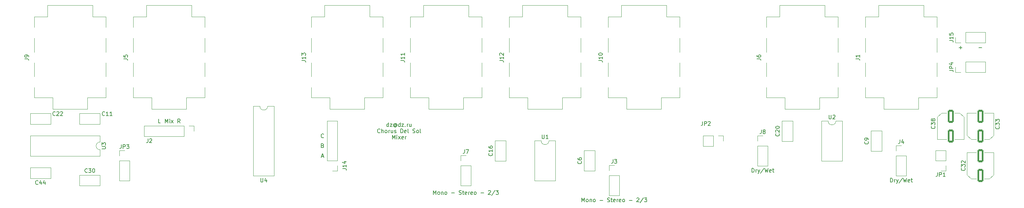
<source format=gbr>
%TF.GenerationSoftware,KiCad,Pcbnew,(6.0.10)*%
%TF.CreationDate,2023-04-08T13:18:27+03:00*%
%TF.ProjectId,DelSol_Mixer,44656c53-6f6c-45f4-9d69-7865722e6b69,rev?*%
%TF.SameCoordinates,Original*%
%TF.FileFunction,Legend,Top*%
%TF.FilePolarity,Positive*%
%FSLAX46Y46*%
G04 Gerber Fmt 4.6, Leading zero omitted, Abs format (unit mm)*
G04 Created by KiCad (PCBNEW (6.0.10)) date 2023-04-08 13:18:27*
%MOMM*%
%LPD*%
G01*
G04 APERTURE LIST*
G04 Aperture macros list*
%AMRoundRect*
0 Rectangle with rounded corners*
0 $1 Rounding radius*
0 $2 $3 $4 $5 $6 $7 $8 $9 X,Y pos of 4 corners*
0 Add a 4 corners polygon primitive as box body*
4,1,4,$2,$3,$4,$5,$6,$7,$8,$9,$2,$3,0*
0 Add four circle primitives for the rounded corners*
1,1,$1+$1,$2,$3*
1,1,$1+$1,$4,$5*
1,1,$1+$1,$6,$7*
1,1,$1+$1,$8,$9*
0 Add four rect primitives between the rounded corners*
20,1,$1+$1,$2,$3,$4,$5,0*
20,1,$1+$1,$4,$5,$6,$7,0*
20,1,$1+$1,$6,$7,$8,$9,0*
20,1,$1+$1,$8,$9,$2,$3,0*%
G04 Aperture macros list end*
%ADD10C,0.150000*%
%ADD11C,0.120000*%
%ADD12R,1.700000X1.700000*%
%ADD13O,1.700000X1.700000*%
%ADD14C,3.200000*%
%ADD15C,3.000000*%
%ADD16RoundRect,0.250000X0.550000X-1.412500X0.550000X1.412500X-0.550000X1.412500X-0.550000X-1.412500X0*%
%ADD17RoundRect,0.250000X-0.550000X1.412500X-0.550000X-1.412500X0.550000X-1.412500X0.550000X1.412500X0*%
%ADD18C,1.600000*%
%ADD19R,1.600000X1.600000*%
%ADD20O,1.600000X1.600000*%
G04 APERTURE END LIST*
D10*
X107164523Y-45832380D02*
X107164523Y-44832380D01*
X107164523Y-45784761D02*
X107069285Y-45832380D01*
X106878809Y-45832380D01*
X106783571Y-45784761D01*
X106735952Y-45737142D01*
X106688333Y-45641904D01*
X106688333Y-45356190D01*
X106735952Y-45260952D01*
X106783571Y-45213333D01*
X106878809Y-45165714D01*
X107069285Y-45165714D01*
X107164523Y-45213333D01*
X107545476Y-45165714D02*
X108069285Y-45165714D01*
X107545476Y-45832380D01*
X108069285Y-45832380D01*
X109069285Y-45356190D02*
X109021666Y-45308571D01*
X108926428Y-45260952D01*
X108831190Y-45260952D01*
X108735952Y-45308571D01*
X108688333Y-45356190D01*
X108640714Y-45451428D01*
X108640714Y-45546666D01*
X108688333Y-45641904D01*
X108735952Y-45689523D01*
X108831190Y-45737142D01*
X108926428Y-45737142D01*
X109021666Y-45689523D01*
X109069285Y-45641904D01*
X109069285Y-45260952D02*
X109069285Y-45641904D01*
X109116904Y-45689523D01*
X109164523Y-45689523D01*
X109259761Y-45641904D01*
X109307380Y-45546666D01*
X109307380Y-45308571D01*
X109212142Y-45165714D01*
X109069285Y-45070476D01*
X108878809Y-45022857D01*
X108688333Y-45070476D01*
X108545476Y-45165714D01*
X108450238Y-45308571D01*
X108402619Y-45499047D01*
X108450238Y-45689523D01*
X108545476Y-45832380D01*
X108688333Y-45927619D01*
X108878809Y-45975238D01*
X109069285Y-45927619D01*
X109212142Y-45832380D01*
X110164523Y-45832380D02*
X110164523Y-44832380D01*
X110164523Y-45784761D02*
X110069285Y-45832380D01*
X109878809Y-45832380D01*
X109783571Y-45784761D01*
X109735952Y-45737142D01*
X109688333Y-45641904D01*
X109688333Y-45356190D01*
X109735952Y-45260952D01*
X109783571Y-45213333D01*
X109878809Y-45165714D01*
X110069285Y-45165714D01*
X110164523Y-45213333D01*
X110545476Y-45165714D02*
X111069285Y-45165714D01*
X110545476Y-45832380D01*
X111069285Y-45832380D01*
X111450238Y-45737142D02*
X111497857Y-45784761D01*
X111450238Y-45832380D01*
X111402619Y-45784761D01*
X111450238Y-45737142D01*
X111450238Y-45832380D01*
X111926428Y-45832380D02*
X111926428Y-45165714D01*
X111926428Y-45356190D02*
X111974047Y-45260952D01*
X112021666Y-45213333D01*
X112116904Y-45165714D01*
X112212142Y-45165714D01*
X112974047Y-45165714D02*
X112974047Y-45832380D01*
X112545476Y-45165714D02*
X112545476Y-45689523D01*
X112593095Y-45784761D01*
X112688333Y-45832380D01*
X112831190Y-45832380D01*
X112926428Y-45784761D01*
X112974047Y-45737142D01*
X104950238Y-47347142D02*
X104902619Y-47394761D01*
X104759761Y-47442380D01*
X104664523Y-47442380D01*
X104521666Y-47394761D01*
X104426428Y-47299523D01*
X104378809Y-47204285D01*
X104331190Y-47013809D01*
X104331190Y-46870952D01*
X104378809Y-46680476D01*
X104426428Y-46585238D01*
X104521666Y-46490000D01*
X104664523Y-46442380D01*
X104759761Y-46442380D01*
X104902619Y-46490000D01*
X104950238Y-46537619D01*
X105378809Y-47442380D02*
X105378809Y-46442380D01*
X105807380Y-47442380D02*
X105807380Y-46918571D01*
X105759761Y-46823333D01*
X105664523Y-46775714D01*
X105521666Y-46775714D01*
X105426428Y-46823333D01*
X105378809Y-46870952D01*
X106426428Y-47442380D02*
X106331190Y-47394761D01*
X106283571Y-47347142D01*
X106235952Y-47251904D01*
X106235952Y-46966190D01*
X106283571Y-46870952D01*
X106331190Y-46823333D01*
X106426428Y-46775714D01*
X106569285Y-46775714D01*
X106664523Y-46823333D01*
X106712142Y-46870952D01*
X106759761Y-46966190D01*
X106759761Y-47251904D01*
X106712142Y-47347142D01*
X106664523Y-47394761D01*
X106569285Y-47442380D01*
X106426428Y-47442380D01*
X107188333Y-47442380D02*
X107188333Y-46775714D01*
X107188333Y-46966190D02*
X107235952Y-46870952D01*
X107283571Y-46823333D01*
X107378809Y-46775714D01*
X107474047Y-46775714D01*
X108235952Y-46775714D02*
X108235952Y-47442380D01*
X107807380Y-46775714D02*
X107807380Y-47299523D01*
X107855000Y-47394761D01*
X107950238Y-47442380D01*
X108093095Y-47442380D01*
X108188333Y-47394761D01*
X108235952Y-47347142D01*
X108664523Y-47394761D02*
X108759761Y-47442380D01*
X108950238Y-47442380D01*
X109045476Y-47394761D01*
X109093095Y-47299523D01*
X109093095Y-47251904D01*
X109045476Y-47156666D01*
X108950238Y-47109047D01*
X108807380Y-47109047D01*
X108712142Y-47061428D01*
X108664523Y-46966190D01*
X108664523Y-46918571D01*
X108712142Y-46823333D01*
X108807380Y-46775714D01*
X108950238Y-46775714D01*
X109045476Y-46823333D01*
X110283571Y-47442380D02*
X110283571Y-46442380D01*
X110521666Y-46442380D01*
X110664523Y-46490000D01*
X110759761Y-46585238D01*
X110807380Y-46680476D01*
X110855000Y-46870952D01*
X110855000Y-47013809D01*
X110807380Y-47204285D01*
X110759761Y-47299523D01*
X110664523Y-47394761D01*
X110521666Y-47442380D01*
X110283571Y-47442380D01*
X111664523Y-47394761D02*
X111569285Y-47442380D01*
X111378809Y-47442380D01*
X111283571Y-47394761D01*
X111235952Y-47299523D01*
X111235952Y-46918571D01*
X111283571Y-46823333D01*
X111378809Y-46775714D01*
X111569285Y-46775714D01*
X111664523Y-46823333D01*
X111712142Y-46918571D01*
X111712142Y-47013809D01*
X111235952Y-47109047D01*
X112283571Y-47442380D02*
X112188333Y-47394761D01*
X112140714Y-47299523D01*
X112140714Y-46442380D01*
X113378809Y-47394761D02*
X113521666Y-47442380D01*
X113759761Y-47442380D01*
X113855000Y-47394761D01*
X113902619Y-47347142D01*
X113950238Y-47251904D01*
X113950238Y-47156666D01*
X113902619Y-47061428D01*
X113855000Y-47013809D01*
X113759761Y-46966190D01*
X113569285Y-46918571D01*
X113474047Y-46870952D01*
X113426428Y-46823333D01*
X113378809Y-46728095D01*
X113378809Y-46632857D01*
X113426428Y-46537619D01*
X113474047Y-46490000D01*
X113569285Y-46442380D01*
X113807380Y-46442380D01*
X113950238Y-46490000D01*
X114521666Y-47442380D02*
X114426428Y-47394761D01*
X114378809Y-47347142D01*
X114331190Y-47251904D01*
X114331190Y-46966190D01*
X114378809Y-46870952D01*
X114426428Y-46823333D01*
X114521666Y-46775714D01*
X114664523Y-46775714D01*
X114759761Y-46823333D01*
X114807380Y-46870952D01*
X114855000Y-46966190D01*
X114855000Y-47251904D01*
X114807380Y-47347142D01*
X114759761Y-47394761D01*
X114664523Y-47442380D01*
X114521666Y-47442380D01*
X115426428Y-47442380D02*
X115331190Y-47394761D01*
X115283571Y-47299523D01*
X115283571Y-46442380D01*
X108140714Y-49052380D02*
X108140714Y-48052380D01*
X108474047Y-48766666D01*
X108807380Y-48052380D01*
X108807380Y-49052380D01*
X109283571Y-49052380D02*
X109283571Y-48385714D01*
X109283571Y-48052380D02*
X109235952Y-48100000D01*
X109283571Y-48147619D01*
X109331190Y-48100000D01*
X109283571Y-48052380D01*
X109283571Y-48147619D01*
X109664523Y-49052380D02*
X110188333Y-48385714D01*
X109664523Y-48385714D02*
X110188333Y-49052380D01*
X110950238Y-49004761D02*
X110855000Y-49052380D01*
X110664523Y-49052380D01*
X110569285Y-49004761D01*
X110521666Y-48909523D01*
X110521666Y-48528571D01*
X110569285Y-48433333D01*
X110664523Y-48385714D01*
X110855000Y-48385714D01*
X110950238Y-48433333D01*
X110997857Y-48528571D01*
X110997857Y-48623809D01*
X110521666Y-48719047D01*
X111426428Y-49052380D02*
X111426428Y-48385714D01*
X111426428Y-48576190D02*
X111474047Y-48480952D01*
X111521666Y-48433333D01*
X111616904Y-48385714D01*
X111712142Y-48385714D01*
X258699047Y-25471428D02*
X259460952Y-25471428D01*
X90479523Y-48617142D02*
X90431904Y-48664761D01*
X90289047Y-48712380D01*
X90193809Y-48712380D01*
X90050952Y-48664761D01*
X89955714Y-48569523D01*
X89908095Y-48474285D01*
X89860476Y-48283809D01*
X89860476Y-48140952D01*
X89908095Y-47950476D01*
X89955714Y-47855238D01*
X90050952Y-47760000D01*
X90193809Y-47712380D01*
X90289047Y-47712380D01*
X90431904Y-47760000D01*
X90479523Y-47807619D01*
X49823809Y-44902380D02*
X49823809Y-43902380D01*
X50157142Y-44616666D01*
X50490476Y-43902380D01*
X50490476Y-44902380D01*
X50966666Y-44902380D02*
X50966666Y-44235714D01*
X50966666Y-43902380D02*
X50919047Y-43950000D01*
X50966666Y-43997619D01*
X51014285Y-43950000D01*
X50966666Y-43902380D01*
X50966666Y-43997619D01*
X51347619Y-44902380D02*
X51871428Y-44235714D01*
X51347619Y-44235714D02*
X51871428Y-44902380D01*
X53649523Y-44902380D02*
X53316190Y-44426190D01*
X53078095Y-44902380D02*
X53078095Y-43902380D01*
X53459047Y-43902380D01*
X53554285Y-43950000D01*
X53601904Y-43997619D01*
X53649523Y-44092857D01*
X53649523Y-44235714D01*
X53601904Y-44330952D01*
X53554285Y-44378571D01*
X53459047Y-44426190D01*
X53078095Y-44426190D01*
X235998095Y-60142380D02*
X235998095Y-59142380D01*
X236236190Y-59142380D01*
X236379047Y-59190000D01*
X236474285Y-59285238D01*
X236521904Y-59380476D01*
X236569523Y-59570952D01*
X236569523Y-59713809D01*
X236521904Y-59904285D01*
X236474285Y-59999523D01*
X236379047Y-60094761D01*
X236236190Y-60142380D01*
X235998095Y-60142380D01*
X236998095Y-60142380D02*
X236998095Y-59475714D01*
X236998095Y-59666190D02*
X237045714Y-59570952D01*
X237093333Y-59523333D01*
X237188571Y-59475714D01*
X237283809Y-59475714D01*
X237521904Y-59475714D02*
X237760000Y-60142380D01*
X237998095Y-59475714D02*
X237760000Y-60142380D01*
X237664761Y-60380476D01*
X237617142Y-60428095D01*
X237521904Y-60475714D01*
X239093333Y-59094761D02*
X238236190Y-60380476D01*
X239331428Y-59142380D02*
X239569523Y-60142380D01*
X239760000Y-59428095D01*
X239950476Y-60142380D01*
X240188571Y-59142380D01*
X240950476Y-60094761D02*
X240855238Y-60142380D01*
X240664761Y-60142380D01*
X240569523Y-60094761D01*
X240521904Y-59999523D01*
X240521904Y-59618571D01*
X240569523Y-59523333D01*
X240664761Y-59475714D01*
X240855238Y-59475714D01*
X240950476Y-59523333D01*
X240998095Y-59618571D01*
X240998095Y-59713809D01*
X240521904Y-59809047D01*
X241283809Y-59475714D02*
X241664761Y-59475714D01*
X241426666Y-59142380D02*
X241426666Y-59999523D01*
X241474285Y-60094761D01*
X241569523Y-60142380D01*
X241664761Y-60142380D01*
X48569523Y-44902380D02*
X48093333Y-44902380D01*
X48093333Y-43902380D01*
X200438095Y-57602380D02*
X200438095Y-56602380D01*
X200676190Y-56602380D01*
X200819047Y-56650000D01*
X200914285Y-56745238D01*
X200961904Y-56840476D01*
X201009523Y-57030952D01*
X201009523Y-57173809D01*
X200961904Y-57364285D01*
X200914285Y-57459523D01*
X200819047Y-57554761D01*
X200676190Y-57602380D01*
X200438095Y-57602380D01*
X201438095Y-57602380D02*
X201438095Y-56935714D01*
X201438095Y-57126190D02*
X201485714Y-57030952D01*
X201533333Y-56983333D01*
X201628571Y-56935714D01*
X201723809Y-56935714D01*
X201961904Y-56935714D02*
X202200000Y-57602380D01*
X202438095Y-56935714D02*
X202200000Y-57602380D01*
X202104761Y-57840476D01*
X202057142Y-57888095D01*
X201961904Y-57935714D01*
X203533333Y-56554761D02*
X202676190Y-57840476D01*
X203771428Y-56602380D02*
X204009523Y-57602380D01*
X204200000Y-56888095D01*
X204390476Y-57602380D01*
X204628571Y-56602380D01*
X205390476Y-57554761D02*
X205295238Y-57602380D01*
X205104761Y-57602380D01*
X205009523Y-57554761D01*
X204961904Y-57459523D01*
X204961904Y-57078571D01*
X205009523Y-56983333D01*
X205104761Y-56935714D01*
X205295238Y-56935714D01*
X205390476Y-56983333D01*
X205438095Y-57078571D01*
X205438095Y-57173809D01*
X204961904Y-57269047D01*
X205723809Y-56935714D02*
X206104761Y-56935714D01*
X205866666Y-56602380D02*
X205866666Y-57459523D01*
X205914285Y-57554761D01*
X206009523Y-57602380D01*
X206104761Y-57602380D01*
X156790476Y-65222380D02*
X156790476Y-64222380D01*
X157123809Y-64936666D01*
X157457142Y-64222380D01*
X157457142Y-65222380D01*
X158076190Y-65222380D02*
X157980952Y-65174761D01*
X157933333Y-65127142D01*
X157885714Y-65031904D01*
X157885714Y-64746190D01*
X157933333Y-64650952D01*
X157980952Y-64603333D01*
X158076190Y-64555714D01*
X158219047Y-64555714D01*
X158314285Y-64603333D01*
X158361904Y-64650952D01*
X158409523Y-64746190D01*
X158409523Y-65031904D01*
X158361904Y-65127142D01*
X158314285Y-65174761D01*
X158219047Y-65222380D01*
X158076190Y-65222380D01*
X158838095Y-64555714D02*
X158838095Y-65222380D01*
X158838095Y-64650952D02*
X158885714Y-64603333D01*
X158980952Y-64555714D01*
X159123809Y-64555714D01*
X159219047Y-64603333D01*
X159266666Y-64698571D01*
X159266666Y-65222380D01*
X159885714Y-65222380D02*
X159790476Y-65174761D01*
X159742857Y-65127142D01*
X159695238Y-65031904D01*
X159695238Y-64746190D01*
X159742857Y-64650952D01*
X159790476Y-64603333D01*
X159885714Y-64555714D01*
X160028571Y-64555714D01*
X160123809Y-64603333D01*
X160171428Y-64650952D01*
X160219047Y-64746190D01*
X160219047Y-65031904D01*
X160171428Y-65127142D01*
X160123809Y-65174761D01*
X160028571Y-65222380D01*
X159885714Y-65222380D01*
X161409523Y-64841428D02*
X162171428Y-64841428D01*
X163361904Y-65174761D02*
X163504761Y-65222380D01*
X163742857Y-65222380D01*
X163838095Y-65174761D01*
X163885714Y-65127142D01*
X163933333Y-65031904D01*
X163933333Y-64936666D01*
X163885714Y-64841428D01*
X163838095Y-64793809D01*
X163742857Y-64746190D01*
X163552380Y-64698571D01*
X163457142Y-64650952D01*
X163409523Y-64603333D01*
X163361904Y-64508095D01*
X163361904Y-64412857D01*
X163409523Y-64317619D01*
X163457142Y-64270000D01*
X163552380Y-64222380D01*
X163790476Y-64222380D01*
X163933333Y-64270000D01*
X164219047Y-64555714D02*
X164600000Y-64555714D01*
X164361904Y-64222380D02*
X164361904Y-65079523D01*
X164409523Y-65174761D01*
X164504761Y-65222380D01*
X164600000Y-65222380D01*
X165314285Y-65174761D02*
X165219047Y-65222380D01*
X165028571Y-65222380D01*
X164933333Y-65174761D01*
X164885714Y-65079523D01*
X164885714Y-64698571D01*
X164933333Y-64603333D01*
X165028571Y-64555714D01*
X165219047Y-64555714D01*
X165314285Y-64603333D01*
X165361904Y-64698571D01*
X165361904Y-64793809D01*
X164885714Y-64889047D01*
X165790476Y-65222380D02*
X165790476Y-64555714D01*
X165790476Y-64746190D02*
X165838095Y-64650952D01*
X165885714Y-64603333D01*
X165980952Y-64555714D01*
X166076190Y-64555714D01*
X166790476Y-65174761D02*
X166695238Y-65222380D01*
X166504761Y-65222380D01*
X166409523Y-65174761D01*
X166361904Y-65079523D01*
X166361904Y-64698571D01*
X166409523Y-64603333D01*
X166504761Y-64555714D01*
X166695238Y-64555714D01*
X166790476Y-64603333D01*
X166838095Y-64698571D01*
X166838095Y-64793809D01*
X166361904Y-64889047D01*
X167409523Y-65222380D02*
X167314285Y-65174761D01*
X167266666Y-65127142D01*
X167219047Y-65031904D01*
X167219047Y-64746190D01*
X167266666Y-64650952D01*
X167314285Y-64603333D01*
X167409523Y-64555714D01*
X167552380Y-64555714D01*
X167647619Y-64603333D01*
X167695238Y-64650952D01*
X167742857Y-64746190D01*
X167742857Y-65031904D01*
X167695238Y-65127142D01*
X167647619Y-65174761D01*
X167552380Y-65222380D01*
X167409523Y-65222380D01*
X168933333Y-64841428D02*
X169695238Y-64841428D01*
X170885714Y-64317619D02*
X170933333Y-64270000D01*
X171028571Y-64222380D01*
X171266666Y-64222380D01*
X171361904Y-64270000D01*
X171409523Y-64317619D01*
X171457142Y-64412857D01*
X171457142Y-64508095D01*
X171409523Y-64650952D01*
X170838095Y-65222380D01*
X171457142Y-65222380D01*
X172600000Y-64174761D02*
X171742857Y-65460476D01*
X172838095Y-64222380D02*
X173457142Y-64222380D01*
X173123809Y-64603333D01*
X173266666Y-64603333D01*
X173361904Y-64650952D01*
X173409523Y-64698571D01*
X173457142Y-64793809D01*
X173457142Y-65031904D01*
X173409523Y-65127142D01*
X173361904Y-65174761D01*
X173266666Y-65222380D01*
X172980952Y-65222380D01*
X172885714Y-65174761D01*
X172838095Y-65127142D01*
X90241428Y-50728571D02*
X90384285Y-50776190D01*
X90431904Y-50823809D01*
X90479523Y-50919047D01*
X90479523Y-51061904D01*
X90431904Y-51157142D01*
X90384285Y-51204761D01*
X90289047Y-51252380D01*
X89908095Y-51252380D01*
X89908095Y-50252380D01*
X90241428Y-50252380D01*
X90336666Y-50300000D01*
X90384285Y-50347619D01*
X90431904Y-50442857D01*
X90431904Y-50538095D01*
X90384285Y-50633333D01*
X90336666Y-50680952D01*
X90241428Y-50728571D01*
X89908095Y-50728571D01*
X89931904Y-53506666D02*
X90408095Y-53506666D01*
X89836666Y-53792380D02*
X90170000Y-52792380D01*
X90503333Y-53792380D01*
X118690476Y-63317380D02*
X118690476Y-62317380D01*
X119023809Y-63031666D01*
X119357142Y-62317380D01*
X119357142Y-63317380D01*
X119976190Y-63317380D02*
X119880952Y-63269761D01*
X119833333Y-63222142D01*
X119785714Y-63126904D01*
X119785714Y-62841190D01*
X119833333Y-62745952D01*
X119880952Y-62698333D01*
X119976190Y-62650714D01*
X120119047Y-62650714D01*
X120214285Y-62698333D01*
X120261904Y-62745952D01*
X120309523Y-62841190D01*
X120309523Y-63126904D01*
X120261904Y-63222142D01*
X120214285Y-63269761D01*
X120119047Y-63317380D01*
X119976190Y-63317380D01*
X120738095Y-62650714D02*
X120738095Y-63317380D01*
X120738095Y-62745952D02*
X120785714Y-62698333D01*
X120880952Y-62650714D01*
X121023809Y-62650714D01*
X121119047Y-62698333D01*
X121166666Y-62793571D01*
X121166666Y-63317380D01*
X121785714Y-63317380D02*
X121690476Y-63269761D01*
X121642857Y-63222142D01*
X121595238Y-63126904D01*
X121595238Y-62841190D01*
X121642857Y-62745952D01*
X121690476Y-62698333D01*
X121785714Y-62650714D01*
X121928571Y-62650714D01*
X122023809Y-62698333D01*
X122071428Y-62745952D01*
X122119047Y-62841190D01*
X122119047Y-63126904D01*
X122071428Y-63222142D01*
X122023809Y-63269761D01*
X121928571Y-63317380D01*
X121785714Y-63317380D01*
X123309523Y-62936428D02*
X124071428Y-62936428D01*
X125261904Y-63269761D02*
X125404761Y-63317380D01*
X125642857Y-63317380D01*
X125738095Y-63269761D01*
X125785714Y-63222142D01*
X125833333Y-63126904D01*
X125833333Y-63031666D01*
X125785714Y-62936428D01*
X125738095Y-62888809D01*
X125642857Y-62841190D01*
X125452380Y-62793571D01*
X125357142Y-62745952D01*
X125309523Y-62698333D01*
X125261904Y-62603095D01*
X125261904Y-62507857D01*
X125309523Y-62412619D01*
X125357142Y-62365000D01*
X125452380Y-62317380D01*
X125690476Y-62317380D01*
X125833333Y-62365000D01*
X126119047Y-62650714D02*
X126500000Y-62650714D01*
X126261904Y-62317380D02*
X126261904Y-63174523D01*
X126309523Y-63269761D01*
X126404761Y-63317380D01*
X126500000Y-63317380D01*
X127214285Y-63269761D02*
X127119047Y-63317380D01*
X126928571Y-63317380D01*
X126833333Y-63269761D01*
X126785714Y-63174523D01*
X126785714Y-62793571D01*
X126833333Y-62698333D01*
X126928571Y-62650714D01*
X127119047Y-62650714D01*
X127214285Y-62698333D01*
X127261904Y-62793571D01*
X127261904Y-62888809D01*
X126785714Y-62984047D01*
X127690476Y-63317380D02*
X127690476Y-62650714D01*
X127690476Y-62841190D02*
X127738095Y-62745952D01*
X127785714Y-62698333D01*
X127880952Y-62650714D01*
X127976190Y-62650714D01*
X128690476Y-63269761D02*
X128595238Y-63317380D01*
X128404761Y-63317380D01*
X128309523Y-63269761D01*
X128261904Y-63174523D01*
X128261904Y-62793571D01*
X128309523Y-62698333D01*
X128404761Y-62650714D01*
X128595238Y-62650714D01*
X128690476Y-62698333D01*
X128738095Y-62793571D01*
X128738095Y-62888809D01*
X128261904Y-62984047D01*
X129309523Y-63317380D02*
X129214285Y-63269761D01*
X129166666Y-63222142D01*
X129119047Y-63126904D01*
X129119047Y-62841190D01*
X129166666Y-62745952D01*
X129214285Y-62698333D01*
X129309523Y-62650714D01*
X129452380Y-62650714D01*
X129547619Y-62698333D01*
X129595238Y-62745952D01*
X129642857Y-62841190D01*
X129642857Y-63126904D01*
X129595238Y-63222142D01*
X129547619Y-63269761D01*
X129452380Y-63317380D01*
X129309523Y-63317380D01*
X130833333Y-62936428D02*
X131595238Y-62936428D01*
X132785714Y-62412619D02*
X132833333Y-62365000D01*
X132928571Y-62317380D01*
X133166666Y-62317380D01*
X133261904Y-62365000D01*
X133309523Y-62412619D01*
X133357142Y-62507857D01*
X133357142Y-62603095D01*
X133309523Y-62745952D01*
X132738095Y-63317380D01*
X133357142Y-63317380D01*
X134500000Y-62269761D02*
X133642857Y-63555476D01*
X134738095Y-62317380D02*
X135357142Y-62317380D01*
X135023809Y-62698333D01*
X135166666Y-62698333D01*
X135261904Y-62745952D01*
X135309523Y-62793571D01*
X135357142Y-62888809D01*
X135357142Y-63126904D01*
X135309523Y-63222142D01*
X135261904Y-63269761D01*
X135166666Y-63317380D01*
X134880952Y-63317380D01*
X134785714Y-63269761D01*
X134738095Y-63222142D01*
X253619047Y-25471428D02*
X254380952Y-25471428D01*
X254000000Y-25852380D02*
X254000000Y-25090476D01*
X238426666Y-49192380D02*
X238426666Y-49906666D01*
X238379047Y-50049523D01*
X238283809Y-50144761D01*
X238140952Y-50192380D01*
X238045714Y-50192380D01*
X239331428Y-49525714D02*
X239331428Y-50192380D01*
X239093333Y-49144761D02*
X238855238Y-49859047D01*
X239474285Y-49859047D01*
X84857380Y-28834523D02*
X85571666Y-28834523D01*
X85714523Y-28882142D01*
X85809761Y-28977380D01*
X85857380Y-29120238D01*
X85857380Y-29215476D01*
X85857380Y-27834523D02*
X85857380Y-28405952D01*
X85857380Y-28120238D02*
X84857380Y-28120238D01*
X85000238Y-28215476D01*
X85095476Y-28310714D01*
X85143095Y-28405952D01*
X84857380Y-27501190D02*
X84857380Y-26882142D01*
X85238333Y-27215476D01*
X85238333Y-27072619D01*
X85285952Y-26977380D01*
X85333571Y-26929761D01*
X85428809Y-26882142D01*
X85666904Y-26882142D01*
X85762142Y-26929761D01*
X85809761Y-26977380D01*
X85857380Y-27072619D01*
X85857380Y-27358333D01*
X85809761Y-27453571D01*
X85762142Y-27501190D01*
X255087142Y-56522857D02*
X255134761Y-56570476D01*
X255182380Y-56713333D01*
X255182380Y-56808571D01*
X255134761Y-56951428D01*
X255039523Y-57046666D01*
X254944285Y-57094285D01*
X254753809Y-57141904D01*
X254610952Y-57141904D01*
X254420476Y-57094285D01*
X254325238Y-57046666D01*
X254230000Y-56951428D01*
X254182380Y-56808571D01*
X254182380Y-56713333D01*
X254230000Y-56570476D01*
X254277619Y-56522857D01*
X254182380Y-56189523D02*
X254182380Y-55570476D01*
X254563333Y-55903809D01*
X254563333Y-55760952D01*
X254610952Y-55665714D01*
X254658571Y-55618095D01*
X254753809Y-55570476D01*
X254991904Y-55570476D01*
X255087142Y-55618095D01*
X255134761Y-55665714D01*
X255182380Y-55760952D01*
X255182380Y-56046666D01*
X255134761Y-56141904D01*
X255087142Y-56189523D01*
X254277619Y-55189523D02*
X254230000Y-55141904D01*
X254182380Y-55046666D01*
X254182380Y-54808571D01*
X254230000Y-54713333D01*
X254277619Y-54665714D01*
X254372857Y-54618095D01*
X254468095Y-54618095D01*
X254610952Y-54665714D01*
X255182380Y-55237142D01*
X255182380Y-54618095D01*
X126666666Y-51732380D02*
X126666666Y-52446666D01*
X126619047Y-52589523D01*
X126523809Y-52684761D01*
X126380952Y-52732380D01*
X126285714Y-52732380D01*
X127047619Y-51732380D02*
X127714285Y-51732380D01*
X127285714Y-52732380D01*
X263882142Y-45830638D02*
X263929761Y-45878257D01*
X263977380Y-46021114D01*
X263977380Y-46116352D01*
X263929761Y-46259209D01*
X263834523Y-46354447D01*
X263739285Y-46402066D01*
X263548809Y-46449685D01*
X263405952Y-46449685D01*
X263215476Y-46402066D01*
X263120238Y-46354447D01*
X263025000Y-46259209D01*
X262977380Y-46116352D01*
X262977380Y-46021114D01*
X263025000Y-45878257D01*
X263072619Y-45830638D01*
X262977380Y-45497304D02*
X262977380Y-44878257D01*
X263358333Y-45211590D01*
X263358333Y-45068733D01*
X263405952Y-44973495D01*
X263453571Y-44925876D01*
X263548809Y-44878257D01*
X263786904Y-44878257D01*
X263882142Y-44925876D01*
X263929761Y-44973495D01*
X263977380Y-45068733D01*
X263977380Y-45354447D01*
X263929761Y-45449685D01*
X263882142Y-45497304D01*
X262977380Y-44544923D02*
X262977380Y-43925876D01*
X263358333Y-44259209D01*
X263358333Y-44116352D01*
X263405952Y-44021114D01*
X263453571Y-43973495D01*
X263548809Y-43925876D01*
X263786904Y-43925876D01*
X263882142Y-43973495D01*
X263929761Y-44021114D01*
X263977380Y-44116352D01*
X263977380Y-44402066D01*
X263929761Y-44497304D01*
X263882142Y-44544923D01*
X251122380Y-23669523D02*
X251836666Y-23669523D01*
X251979523Y-23717142D01*
X252074761Y-23812380D01*
X252122380Y-23955238D01*
X252122380Y-24050476D01*
X252122380Y-22669523D02*
X252122380Y-23240952D01*
X252122380Y-22955238D02*
X251122380Y-22955238D01*
X251265238Y-23050476D01*
X251360476Y-23145714D01*
X251408095Y-23240952D01*
X251122380Y-21764761D02*
X251122380Y-22240952D01*
X251598571Y-22288571D01*
X251550952Y-22240952D01*
X251503333Y-22145714D01*
X251503333Y-21907619D01*
X251550952Y-21812380D01*
X251598571Y-21764761D01*
X251693809Y-21717142D01*
X251931904Y-21717142D01*
X252027142Y-21764761D01*
X252074761Y-21812380D01*
X252122380Y-21907619D01*
X252122380Y-22145714D01*
X252074761Y-22240952D01*
X252027142Y-22288571D01*
X227097380Y-28358333D02*
X227811666Y-28358333D01*
X227954523Y-28405952D01*
X228049761Y-28501190D01*
X228097380Y-28644047D01*
X228097380Y-28739285D01*
X228097380Y-27358333D02*
X228097380Y-27929761D01*
X228097380Y-27644047D02*
X227097380Y-27644047D01*
X227240238Y-27739285D01*
X227335476Y-27834523D01*
X227383095Y-27929761D01*
X135657380Y-28834523D02*
X136371666Y-28834523D01*
X136514523Y-28882142D01*
X136609761Y-28977380D01*
X136657380Y-29120238D01*
X136657380Y-29215476D01*
X136657380Y-27834523D02*
X136657380Y-28405952D01*
X136657380Y-28120238D02*
X135657380Y-28120238D01*
X135800238Y-28215476D01*
X135895476Y-28310714D01*
X135943095Y-28405952D01*
X135752619Y-27453571D02*
X135705000Y-27405952D01*
X135657380Y-27310714D01*
X135657380Y-27072619D01*
X135705000Y-26977380D01*
X135752619Y-26929761D01*
X135847857Y-26882142D01*
X135943095Y-26882142D01*
X136085952Y-26929761D01*
X136657380Y-27501190D01*
X136657380Y-26882142D01*
X133747142Y-52732857D02*
X133794761Y-52780476D01*
X133842380Y-52923333D01*
X133842380Y-53018571D01*
X133794761Y-53161428D01*
X133699523Y-53256666D01*
X133604285Y-53304285D01*
X133413809Y-53351904D01*
X133270952Y-53351904D01*
X133080476Y-53304285D01*
X132985238Y-53256666D01*
X132890000Y-53161428D01*
X132842380Y-53018571D01*
X132842380Y-52923333D01*
X132890000Y-52780476D01*
X132937619Y-52732857D01*
X133842380Y-51780476D02*
X133842380Y-52351904D01*
X133842380Y-52066190D02*
X132842380Y-52066190D01*
X132985238Y-52161428D01*
X133080476Y-52256666D01*
X133128095Y-52351904D01*
X132842380Y-50923333D02*
X132842380Y-51113809D01*
X132890000Y-51209047D01*
X132937619Y-51256666D01*
X133080476Y-51351904D01*
X133270952Y-51399523D01*
X133651904Y-51399523D01*
X133747142Y-51351904D01*
X133794761Y-51304285D01*
X133842380Y-51209047D01*
X133842380Y-51018571D01*
X133794761Y-50923333D01*
X133747142Y-50875714D01*
X133651904Y-50828095D01*
X133413809Y-50828095D01*
X133318571Y-50875714D01*
X133270952Y-50923333D01*
X133223333Y-51018571D01*
X133223333Y-51209047D01*
X133270952Y-51304285D01*
X133318571Y-51351904D01*
X133413809Y-51399523D01*
X201697380Y-28358333D02*
X202411666Y-28358333D01*
X202554523Y-28405952D01*
X202649761Y-28501190D01*
X202697380Y-28644047D01*
X202697380Y-28739285D01*
X201697380Y-27453571D02*
X201697380Y-27644047D01*
X201745000Y-27739285D01*
X201792619Y-27786904D01*
X201935476Y-27882142D01*
X202125952Y-27929761D01*
X202506904Y-27929761D01*
X202602142Y-27882142D01*
X202649761Y-27834523D01*
X202697380Y-27739285D01*
X202697380Y-27548809D01*
X202649761Y-27453571D01*
X202602142Y-27405952D01*
X202506904Y-27358333D01*
X202268809Y-27358333D01*
X202173571Y-27405952D01*
X202125952Y-27453571D01*
X202078333Y-27548809D01*
X202078333Y-27739285D01*
X202125952Y-27834523D01*
X202173571Y-27882142D01*
X202268809Y-27929761D01*
X45386666Y-48982380D02*
X45386666Y-49696666D01*
X45339047Y-49839523D01*
X45243809Y-49934761D01*
X45100952Y-49982380D01*
X45005714Y-49982380D01*
X45815238Y-49077619D02*
X45862857Y-49030000D01*
X45958095Y-48982380D01*
X46196190Y-48982380D01*
X46291428Y-49030000D01*
X46339047Y-49077619D01*
X46386666Y-49172857D01*
X46386666Y-49268095D01*
X46339047Y-49410952D01*
X45767619Y-49982380D01*
X46386666Y-49982380D01*
X207407142Y-47652857D02*
X207454761Y-47700476D01*
X207502380Y-47843333D01*
X207502380Y-47938571D01*
X207454761Y-48081428D01*
X207359523Y-48176666D01*
X207264285Y-48224285D01*
X207073809Y-48271904D01*
X206930952Y-48271904D01*
X206740476Y-48224285D01*
X206645238Y-48176666D01*
X206550000Y-48081428D01*
X206502380Y-47938571D01*
X206502380Y-47843333D01*
X206550000Y-47700476D01*
X206597619Y-47652857D01*
X206597619Y-47271904D02*
X206550000Y-47224285D01*
X206502380Y-47129047D01*
X206502380Y-46890952D01*
X206550000Y-46795714D01*
X206597619Y-46748095D01*
X206692857Y-46700476D01*
X206788095Y-46700476D01*
X206930952Y-46748095D01*
X207502380Y-47319523D01*
X207502380Y-46700476D01*
X206502380Y-46081428D02*
X206502380Y-45986190D01*
X206550000Y-45890952D01*
X206597619Y-45843333D01*
X206692857Y-45795714D01*
X206883333Y-45748095D01*
X207121428Y-45748095D01*
X207311904Y-45795714D01*
X207407142Y-45843333D01*
X207454761Y-45890952D01*
X207502380Y-45986190D01*
X207502380Y-46081428D01*
X207454761Y-46176666D01*
X207407142Y-46224285D01*
X207311904Y-46271904D01*
X207121428Y-46319523D01*
X206883333Y-46319523D01*
X206692857Y-46271904D01*
X206597619Y-46224285D01*
X206550000Y-46176666D01*
X206502380Y-46081428D01*
X13737380Y-28358333D02*
X14451666Y-28358333D01*
X14594523Y-28405952D01*
X14689761Y-28501190D01*
X14737380Y-28644047D01*
X14737380Y-28739285D01*
X14737380Y-27834523D02*
X14737380Y-27644047D01*
X14689761Y-27548809D01*
X14642142Y-27501190D01*
X14499285Y-27405952D01*
X14308809Y-27358333D01*
X13927857Y-27358333D01*
X13832619Y-27405952D01*
X13785000Y-27453571D01*
X13737380Y-27548809D01*
X13737380Y-27739285D01*
X13785000Y-27834523D01*
X13832619Y-27882142D01*
X13927857Y-27929761D01*
X14165952Y-27929761D01*
X14261190Y-27882142D01*
X14308809Y-27834523D01*
X14356428Y-27739285D01*
X14356428Y-27548809D01*
X14308809Y-27453571D01*
X14261190Y-27405952D01*
X14165952Y-27358333D01*
X34282142Y-42902142D02*
X34234523Y-42949761D01*
X34091666Y-42997380D01*
X33996428Y-42997380D01*
X33853571Y-42949761D01*
X33758333Y-42854523D01*
X33710714Y-42759285D01*
X33663095Y-42568809D01*
X33663095Y-42425952D01*
X33710714Y-42235476D01*
X33758333Y-42140238D01*
X33853571Y-42045000D01*
X33996428Y-41997380D01*
X34091666Y-41997380D01*
X34234523Y-42045000D01*
X34282142Y-42092619D01*
X35234523Y-42997380D02*
X34663095Y-42997380D01*
X34948809Y-42997380D02*
X34948809Y-41997380D01*
X34853571Y-42140238D01*
X34758333Y-42235476D01*
X34663095Y-42283095D01*
X36186904Y-42997380D02*
X35615476Y-42997380D01*
X35901190Y-42997380D02*
X35901190Y-41997380D01*
X35805952Y-42140238D01*
X35710714Y-42235476D01*
X35615476Y-42283095D01*
X187761666Y-44537380D02*
X187761666Y-45251666D01*
X187714047Y-45394523D01*
X187618809Y-45489761D01*
X187475952Y-45537380D01*
X187380714Y-45537380D01*
X188237857Y-45537380D02*
X188237857Y-44537380D01*
X188618809Y-44537380D01*
X188714047Y-44585000D01*
X188761666Y-44632619D01*
X188809285Y-44727857D01*
X188809285Y-44870714D01*
X188761666Y-44965952D01*
X188714047Y-45013571D01*
X188618809Y-45061190D01*
X188237857Y-45061190D01*
X189190238Y-44632619D02*
X189237857Y-44585000D01*
X189333095Y-44537380D01*
X189571190Y-44537380D01*
X189666428Y-44585000D01*
X189714047Y-44632619D01*
X189761666Y-44727857D01*
X189761666Y-44823095D01*
X189714047Y-44965952D01*
X189142619Y-45537380D01*
X189761666Y-45537380D01*
X248086666Y-57662380D02*
X248086666Y-58376666D01*
X248039047Y-58519523D01*
X247943809Y-58614761D01*
X247800952Y-58662380D01*
X247705714Y-58662380D01*
X248562857Y-58662380D02*
X248562857Y-57662380D01*
X248943809Y-57662380D01*
X249039047Y-57710000D01*
X249086666Y-57757619D01*
X249134285Y-57852857D01*
X249134285Y-57995714D01*
X249086666Y-58090952D01*
X249039047Y-58138571D01*
X248943809Y-58186190D01*
X248562857Y-58186190D01*
X250086666Y-58662380D02*
X249515238Y-58662380D01*
X249800952Y-58662380D02*
X249800952Y-57662380D01*
X249705714Y-57805238D01*
X249610476Y-57900476D01*
X249515238Y-57948095D01*
X161057380Y-28834523D02*
X161771666Y-28834523D01*
X161914523Y-28882142D01*
X162009761Y-28977380D01*
X162057380Y-29120238D01*
X162057380Y-29215476D01*
X162057380Y-27834523D02*
X162057380Y-28405952D01*
X162057380Y-28120238D02*
X161057380Y-28120238D01*
X161200238Y-28215476D01*
X161295476Y-28310714D01*
X161343095Y-28405952D01*
X161057380Y-27215476D02*
X161057380Y-27120238D01*
X161105000Y-27025000D01*
X161152619Y-26977380D01*
X161247857Y-26929761D01*
X161438333Y-26882142D01*
X161676428Y-26882142D01*
X161866904Y-26929761D01*
X161962142Y-26977380D01*
X162009761Y-27025000D01*
X162057380Y-27120238D01*
X162057380Y-27215476D01*
X162009761Y-27310714D01*
X161962142Y-27358333D01*
X161866904Y-27405952D01*
X161676428Y-27453571D01*
X161438333Y-27453571D01*
X161247857Y-27405952D01*
X161152619Y-27358333D01*
X161105000Y-27310714D01*
X161057380Y-27215476D01*
X29822142Y-57557142D02*
X29774523Y-57604761D01*
X29631666Y-57652380D01*
X29536428Y-57652380D01*
X29393571Y-57604761D01*
X29298333Y-57509523D01*
X29250714Y-57414285D01*
X29203095Y-57223809D01*
X29203095Y-57080952D01*
X29250714Y-56890476D01*
X29298333Y-56795238D01*
X29393571Y-56700000D01*
X29536428Y-56652380D01*
X29631666Y-56652380D01*
X29774523Y-56700000D01*
X29822142Y-56747619D01*
X30155476Y-56652380D02*
X30774523Y-56652380D01*
X30441190Y-57033333D01*
X30584047Y-57033333D01*
X30679285Y-57080952D01*
X30726904Y-57128571D01*
X30774523Y-57223809D01*
X30774523Y-57461904D01*
X30726904Y-57557142D01*
X30679285Y-57604761D01*
X30584047Y-57652380D01*
X30298333Y-57652380D01*
X30203095Y-57604761D01*
X30155476Y-57557142D01*
X31393571Y-56652380D02*
X31488809Y-56652380D01*
X31584047Y-56700000D01*
X31631666Y-56747619D01*
X31679285Y-56842857D01*
X31726904Y-57033333D01*
X31726904Y-57271428D01*
X31679285Y-57461904D01*
X31631666Y-57557142D01*
X31584047Y-57604761D01*
X31488809Y-57652380D01*
X31393571Y-57652380D01*
X31298333Y-57604761D01*
X31250714Y-57557142D01*
X31203095Y-57461904D01*
X31155476Y-57271428D01*
X31155476Y-57033333D01*
X31203095Y-56842857D01*
X31250714Y-56747619D01*
X31298333Y-56700000D01*
X31393571Y-56652380D01*
X39137380Y-28358333D02*
X39851666Y-28358333D01*
X39994523Y-28405952D01*
X40089761Y-28501190D01*
X40137380Y-28644047D01*
X40137380Y-28739285D01*
X39137380Y-27405952D02*
X39137380Y-27882142D01*
X39613571Y-27929761D01*
X39565952Y-27882142D01*
X39518333Y-27786904D01*
X39518333Y-27548809D01*
X39565952Y-27453571D01*
X39613571Y-27405952D01*
X39708809Y-27358333D01*
X39946904Y-27358333D01*
X40042142Y-27405952D01*
X40089761Y-27453571D01*
X40137380Y-27548809D01*
X40137380Y-27786904D01*
X40089761Y-27882142D01*
X40042142Y-27929761D01*
X247372142Y-45727857D02*
X247419761Y-45775476D01*
X247467380Y-45918333D01*
X247467380Y-46013571D01*
X247419761Y-46156428D01*
X247324523Y-46251666D01*
X247229285Y-46299285D01*
X247038809Y-46346904D01*
X246895952Y-46346904D01*
X246705476Y-46299285D01*
X246610238Y-46251666D01*
X246515000Y-46156428D01*
X246467380Y-46013571D01*
X246467380Y-45918333D01*
X246515000Y-45775476D01*
X246562619Y-45727857D01*
X246467380Y-45394523D02*
X246467380Y-44775476D01*
X246848333Y-45108809D01*
X246848333Y-44965952D01*
X246895952Y-44870714D01*
X246943571Y-44823095D01*
X247038809Y-44775476D01*
X247276904Y-44775476D01*
X247372142Y-44823095D01*
X247419761Y-44870714D01*
X247467380Y-44965952D01*
X247467380Y-45251666D01*
X247419761Y-45346904D01*
X247372142Y-45394523D01*
X246895952Y-44204047D02*
X246848333Y-44299285D01*
X246800714Y-44346904D01*
X246705476Y-44394523D01*
X246657857Y-44394523D01*
X246562619Y-44346904D01*
X246515000Y-44299285D01*
X246467380Y-44204047D01*
X246467380Y-44013571D01*
X246515000Y-43918333D01*
X246562619Y-43870714D01*
X246657857Y-43823095D01*
X246705476Y-43823095D01*
X246800714Y-43870714D01*
X246848333Y-43918333D01*
X246895952Y-44013571D01*
X246895952Y-44204047D01*
X246943571Y-44299285D01*
X246991190Y-44346904D01*
X247086428Y-44394523D01*
X247276904Y-44394523D01*
X247372142Y-44346904D01*
X247419761Y-44299285D01*
X247467380Y-44204047D01*
X247467380Y-44013571D01*
X247419761Y-43918333D01*
X247372142Y-43870714D01*
X247276904Y-43823095D01*
X247086428Y-43823095D01*
X246991190Y-43870714D01*
X246943571Y-43918333D01*
X246895952Y-44013571D01*
X38536666Y-50477380D02*
X38536666Y-51191666D01*
X38489047Y-51334523D01*
X38393809Y-51429761D01*
X38250952Y-51477380D01*
X38155714Y-51477380D01*
X39012857Y-51477380D02*
X39012857Y-50477380D01*
X39393809Y-50477380D01*
X39489047Y-50525000D01*
X39536666Y-50572619D01*
X39584285Y-50667857D01*
X39584285Y-50810714D01*
X39536666Y-50905952D01*
X39489047Y-50953571D01*
X39393809Y-51001190D01*
X39012857Y-51001190D01*
X39917619Y-50477380D02*
X40536666Y-50477380D01*
X40203333Y-50858333D01*
X40346190Y-50858333D01*
X40441428Y-50905952D01*
X40489047Y-50953571D01*
X40536666Y-51048809D01*
X40536666Y-51286904D01*
X40489047Y-51382142D01*
X40441428Y-51429761D01*
X40346190Y-51477380D01*
X40060476Y-51477380D01*
X39965238Y-51429761D01*
X39917619Y-51382142D01*
X220228095Y-42852380D02*
X220228095Y-43661904D01*
X220275714Y-43757142D01*
X220323333Y-43804761D01*
X220418571Y-43852380D01*
X220609047Y-43852380D01*
X220704285Y-43804761D01*
X220751904Y-43757142D01*
X220799523Y-43661904D01*
X220799523Y-42852380D01*
X221228095Y-42947619D02*
X221275714Y-42900000D01*
X221370952Y-42852380D01*
X221609047Y-42852380D01*
X221704285Y-42900000D01*
X221751904Y-42947619D01*
X221799523Y-43042857D01*
X221799523Y-43138095D01*
X221751904Y-43280952D01*
X221180476Y-43852380D01*
X221799523Y-43852380D01*
X202866666Y-46652380D02*
X202866666Y-47366666D01*
X202819047Y-47509523D01*
X202723809Y-47604761D01*
X202580952Y-47652380D01*
X202485714Y-47652380D01*
X203485714Y-47080952D02*
X203390476Y-47033333D01*
X203342857Y-46985714D01*
X203295238Y-46890476D01*
X203295238Y-46842857D01*
X203342857Y-46747619D01*
X203390476Y-46700000D01*
X203485714Y-46652380D01*
X203676190Y-46652380D01*
X203771428Y-46700000D01*
X203819047Y-46747619D01*
X203866666Y-46842857D01*
X203866666Y-46890476D01*
X203819047Y-46985714D01*
X203771428Y-47033333D01*
X203676190Y-47080952D01*
X203485714Y-47080952D01*
X203390476Y-47128571D01*
X203342857Y-47176190D01*
X203295238Y-47271428D01*
X203295238Y-47461904D01*
X203342857Y-47557142D01*
X203390476Y-47604761D01*
X203485714Y-47652380D01*
X203676190Y-47652380D01*
X203771428Y-47604761D01*
X203819047Y-47557142D01*
X203866666Y-47461904D01*
X203866666Y-47271428D01*
X203819047Y-47176190D01*
X203771428Y-47128571D01*
X203676190Y-47080952D01*
X74348095Y-59142380D02*
X74348095Y-59951904D01*
X74395714Y-60047142D01*
X74443333Y-60094761D01*
X74538571Y-60142380D01*
X74729047Y-60142380D01*
X74824285Y-60094761D01*
X74871904Y-60047142D01*
X74919523Y-59951904D01*
X74919523Y-59142380D01*
X75824285Y-59475714D02*
X75824285Y-60142380D01*
X75586190Y-59094761D02*
X75348095Y-59809047D01*
X75967142Y-59809047D01*
X146568095Y-47932380D02*
X146568095Y-48741904D01*
X146615714Y-48837142D01*
X146663333Y-48884761D01*
X146758571Y-48932380D01*
X146949047Y-48932380D01*
X147044285Y-48884761D01*
X147091904Y-48837142D01*
X147139523Y-48741904D01*
X147139523Y-47932380D01*
X148139523Y-48932380D02*
X147568095Y-48932380D01*
X147853809Y-48932380D02*
X147853809Y-47932380D01*
X147758571Y-48075238D01*
X147663333Y-48170476D01*
X147568095Y-48218095D01*
X156607142Y-54796666D02*
X156654761Y-54844285D01*
X156702380Y-54987142D01*
X156702380Y-55082380D01*
X156654761Y-55225238D01*
X156559523Y-55320476D01*
X156464285Y-55368095D01*
X156273809Y-55415714D01*
X156130952Y-55415714D01*
X155940476Y-55368095D01*
X155845238Y-55320476D01*
X155750000Y-55225238D01*
X155702380Y-55082380D01*
X155702380Y-54987142D01*
X155750000Y-54844285D01*
X155797619Y-54796666D01*
X155702380Y-53939523D02*
X155702380Y-54130000D01*
X155750000Y-54225238D01*
X155797619Y-54272857D01*
X155940476Y-54368095D01*
X156130952Y-54415714D01*
X156511904Y-54415714D01*
X156607142Y-54368095D01*
X156654761Y-54320476D01*
X156702380Y-54225238D01*
X156702380Y-54034761D01*
X156654761Y-53939523D01*
X156607142Y-53891904D01*
X156511904Y-53844285D01*
X156273809Y-53844285D01*
X156178571Y-53891904D01*
X156130952Y-53939523D01*
X156083333Y-54034761D01*
X156083333Y-54225238D01*
X156130952Y-54320476D01*
X156178571Y-54368095D01*
X156273809Y-54415714D01*
X251122380Y-31313333D02*
X251836666Y-31313333D01*
X251979523Y-31360952D01*
X252074761Y-31456190D01*
X252122380Y-31599047D01*
X252122380Y-31694285D01*
X252122380Y-30837142D02*
X251122380Y-30837142D01*
X251122380Y-30456190D01*
X251170000Y-30360952D01*
X251217619Y-30313333D01*
X251312857Y-30265714D01*
X251455714Y-30265714D01*
X251550952Y-30313333D01*
X251598571Y-30360952D01*
X251646190Y-30456190D01*
X251646190Y-30837142D01*
X251455714Y-29408571D02*
X252122380Y-29408571D01*
X251074761Y-29646666D02*
X251789047Y-29884761D01*
X251789047Y-29265714D01*
X33537380Y-51571904D02*
X34346904Y-51571904D01*
X34442142Y-51524285D01*
X34489761Y-51476666D01*
X34537380Y-51381428D01*
X34537380Y-51190952D01*
X34489761Y-51095714D01*
X34442142Y-51048095D01*
X34346904Y-51000476D01*
X33537380Y-51000476D01*
X33537380Y-50619523D02*
X33537380Y-50000476D01*
X33918333Y-50333809D01*
X33918333Y-50190952D01*
X33965952Y-50095714D01*
X34013571Y-50048095D01*
X34108809Y-50000476D01*
X34346904Y-50000476D01*
X34442142Y-50048095D01*
X34489761Y-50095714D01*
X34537380Y-50190952D01*
X34537380Y-50476666D01*
X34489761Y-50571904D01*
X34442142Y-50619523D01*
X230267142Y-49716666D02*
X230314761Y-49764285D01*
X230362380Y-49907142D01*
X230362380Y-50002380D01*
X230314761Y-50145238D01*
X230219523Y-50240476D01*
X230124285Y-50288095D01*
X229933809Y-50335714D01*
X229790952Y-50335714D01*
X229600476Y-50288095D01*
X229505238Y-50240476D01*
X229410000Y-50145238D01*
X229362380Y-50002380D01*
X229362380Y-49907142D01*
X229410000Y-49764285D01*
X229457619Y-49716666D01*
X230362380Y-49240476D02*
X230362380Y-49050000D01*
X230314761Y-48954761D01*
X230267142Y-48907142D01*
X230124285Y-48811904D01*
X229933809Y-48764285D01*
X229552857Y-48764285D01*
X229457619Y-48811904D01*
X229410000Y-48859523D01*
X229362380Y-48954761D01*
X229362380Y-49145238D01*
X229410000Y-49240476D01*
X229457619Y-49288095D01*
X229552857Y-49335714D01*
X229790952Y-49335714D01*
X229886190Y-49288095D01*
X229933809Y-49240476D01*
X229981428Y-49145238D01*
X229981428Y-48954761D01*
X229933809Y-48859523D01*
X229886190Y-48811904D01*
X229790952Y-48764285D01*
X164766666Y-54287380D02*
X164766666Y-55001666D01*
X164719047Y-55144523D01*
X164623809Y-55239761D01*
X164480952Y-55287380D01*
X164385714Y-55287380D01*
X165147619Y-54287380D02*
X165766666Y-54287380D01*
X165433333Y-54668333D01*
X165576190Y-54668333D01*
X165671428Y-54715952D01*
X165719047Y-54763571D01*
X165766666Y-54858809D01*
X165766666Y-55096904D01*
X165719047Y-55192142D01*
X165671428Y-55239761D01*
X165576190Y-55287380D01*
X165290476Y-55287380D01*
X165195238Y-55239761D01*
X165147619Y-55192142D01*
X17157142Y-60642142D02*
X17109523Y-60689761D01*
X16966666Y-60737380D01*
X16871428Y-60737380D01*
X16728571Y-60689761D01*
X16633333Y-60594523D01*
X16585714Y-60499285D01*
X16538095Y-60308809D01*
X16538095Y-60165952D01*
X16585714Y-59975476D01*
X16633333Y-59880238D01*
X16728571Y-59785000D01*
X16871428Y-59737380D01*
X16966666Y-59737380D01*
X17109523Y-59785000D01*
X17157142Y-59832619D01*
X18014285Y-60070714D02*
X18014285Y-60737380D01*
X17776190Y-59689761D02*
X17538095Y-60404047D01*
X18157142Y-60404047D01*
X18966666Y-60070714D02*
X18966666Y-60737380D01*
X18728571Y-59689761D02*
X18490476Y-60404047D01*
X19109523Y-60404047D01*
X95337380Y-56689523D02*
X96051666Y-56689523D01*
X96194523Y-56737142D01*
X96289761Y-56832380D01*
X96337380Y-56975238D01*
X96337380Y-57070476D01*
X96337380Y-55689523D02*
X96337380Y-56260952D01*
X96337380Y-55975238D02*
X95337380Y-55975238D01*
X95480238Y-56070476D01*
X95575476Y-56165714D01*
X95623095Y-56260952D01*
X95670714Y-54832380D02*
X96337380Y-54832380D01*
X95289761Y-55070476D02*
X96004047Y-55308571D01*
X96004047Y-54689523D01*
X110257380Y-28834523D02*
X110971666Y-28834523D01*
X111114523Y-28882142D01*
X111209761Y-28977380D01*
X111257380Y-29120238D01*
X111257380Y-29215476D01*
X111257380Y-27834523D02*
X111257380Y-28405952D01*
X111257380Y-28120238D02*
X110257380Y-28120238D01*
X110400238Y-28215476D01*
X110495476Y-28310714D01*
X110543095Y-28405952D01*
X111257380Y-26882142D02*
X111257380Y-27453571D01*
X111257380Y-27167857D02*
X110257380Y-27167857D01*
X110400238Y-27263095D01*
X110495476Y-27358333D01*
X110543095Y-27453571D01*
X21582142Y-42902142D02*
X21534523Y-42949761D01*
X21391666Y-42997380D01*
X21296428Y-42997380D01*
X21153571Y-42949761D01*
X21058333Y-42854523D01*
X21010714Y-42759285D01*
X20963095Y-42568809D01*
X20963095Y-42425952D01*
X21010714Y-42235476D01*
X21058333Y-42140238D01*
X21153571Y-42045000D01*
X21296428Y-41997380D01*
X21391666Y-41997380D01*
X21534523Y-42045000D01*
X21582142Y-42092619D01*
X21963095Y-42092619D02*
X22010714Y-42045000D01*
X22105952Y-41997380D01*
X22344047Y-41997380D01*
X22439285Y-42045000D01*
X22486904Y-42092619D01*
X22534523Y-42187857D01*
X22534523Y-42283095D01*
X22486904Y-42425952D01*
X21915476Y-42997380D01*
X22534523Y-42997380D01*
X22915476Y-42092619D02*
X22963095Y-42045000D01*
X23058333Y-41997380D01*
X23296428Y-41997380D01*
X23391666Y-42045000D01*
X23439285Y-42092619D01*
X23486904Y-42187857D01*
X23486904Y-42283095D01*
X23439285Y-42425952D01*
X22867857Y-42997380D01*
X23486904Y-42997380D01*
D11*
X237430000Y-52070000D02*
X237430000Y-50740000D01*
X237430000Y-50740000D02*
X238760000Y-50740000D01*
X237430000Y-58480000D02*
X240090000Y-58480000D01*
X240090000Y-53340000D02*
X240090000Y-58480000D01*
X237430000Y-53340000D02*
X237430000Y-58480000D01*
X237430000Y-53340000D02*
X240090000Y-53340000D01*
X105740000Y-29375000D02*
X105740000Y-32975000D01*
X90700000Y-17555000D02*
X90700000Y-14555000D01*
X105740000Y-35775000D02*
X105740000Y-38405000D01*
X105740000Y-17555000D02*
X102340000Y-17555000D01*
X102340000Y-14555000D02*
X90700000Y-14555000D01*
X92050000Y-38405000D02*
X87300000Y-38405000D01*
X105740000Y-38405000D02*
X100990000Y-38405000D01*
X105740000Y-23075000D02*
X105740000Y-26675000D01*
X100950000Y-41325000D02*
X92050000Y-41325000D01*
X87300000Y-32975000D02*
X87300000Y-29375000D01*
X87300000Y-38405000D02*
X87300000Y-35775000D01*
X90700000Y-17555000D02*
X87300000Y-17555000D01*
X105740000Y-17555000D02*
X105740000Y-20275000D01*
X87300000Y-17555000D02*
X87300000Y-20275000D01*
X102340000Y-17555000D02*
X102340000Y-14555000D01*
X87300000Y-26675000D02*
X87300000Y-23075000D01*
X92050000Y-41325000D02*
X92050000Y-38405000D01*
X100990000Y-41325000D02*
X100990000Y-38405000D01*
X255670000Y-58225563D02*
X255670000Y-52470000D01*
X256734437Y-59290000D02*
X255670000Y-58225563D01*
X261425563Y-59290000D02*
X260140000Y-59290000D01*
X255670000Y-52470000D02*
X258020000Y-52470000D01*
X256734437Y-59290000D02*
X258020000Y-59290000D01*
X262490000Y-58225563D02*
X262490000Y-52470000D01*
X262490000Y-52470000D02*
X260140000Y-52470000D01*
X261425563Y-59290000D02*
X262490000Y-58225563D01*
X125670000Y-61020000D02*
X128330000Y-61020000D01*
X125670000Y-55880000D02*
X128330000Y-55880000D01*
X125670000Y-55880000D02*
X125670000Y-61020000D01*
X125670000Y-54610000D02*
X125670000Y-53280000D01*
X125670000Y-53280000D02*
X127000000Y-53280000D01*
X128330000Y-55880000D02*
X128330000Y-61020000D01*
X249114437Y-42310000D02*
X248050000Y-43374437D01*
X249114437Y-42310000D02*
X250400000Y-42310000D01*
X254870000Y-49130000D02*
X252520000Y-49130000D01*
X254870000Y-43374437D02*
X254870000Y-49130000D01*
X253805563Y-42310000D02*
X252520000Y-42310000D01*
X248050000Y-43374437D02*
X248050000Y-49130000D01*
X253805563Y-42310000D02*
X254870000Y-43374437D01*
X248050000Y-49130000D02*
X250400000Y-49130000D01*
X255270000Y-24190000D02*
X260410000Y-24190000D01*
X255270000Y-21530000D02*
X260410000Y-21530000D01*
X255270000Y-24190000D02*
X255270000Y-21530000D01*
X252670000Y-24190000D02*
X252670000Y-22860000D01*
X254000000Y-24190000D02*
X252670000Y-24190000D01*
X260410000Y-24190000D02*
X260410000Y-21530000D01*
X232940000Y-17555000D02*
X229540000Y-17555000D01*
X247980000Y-23075000D02*
X247980000Y-26675000D01*
X247980000Y-17555000D02*
X247980000Y-20275000D01*
X234290000Y-41325000D02*
X234290000Y-38405000D01*
X247980000Y-29375000D02*
X247980000Y-32975000D01*
X247980000Y-35775000D02*
X247980000Y-38405000D01*
X229540000Y-17555000D02*
X229540000Y-20275000D01*
X243230000Y-41325000D02*
X243230000Y-38405000D01*
X234290000Y-38405000D02*
X229540000Y-38405000D01*
X232940000Y-17555000D02*
X232940000Y-14555000D01*
X229540000Y-38405000D02*
X229540000Y-35775000D01*
X243190000Y-41325000D02*
X234290000Y-41325000D01*
X247980000Y-38405000D02*
X243230000Y-38405000D01*
X229540000Y-26675000D02*
X229540000Y-23075000D01*
X244580000Y-17555000D02*
X244580000Y-14555000D01*
X247980000Y-17555000D02*
X244580000Y-17555000D01*
X229540000Y-32975000D02*
X229540000Y-29375000D01*
X244580000Y-14555000D02*
X232940000Y-14555000D01*
X156540000Y-17555000D02*
X156540000Y-20275000D01*
X141500000Y-17555000D02*
X141500000Y-14555000D01*
X153140000Y-14555000D02*
X141500000Y-14555000D01*
X156540000Y-38405000D02*
X151790000Y-38405000D01*
X156540000Y-17555000D02*
X153140000Y-17555000D01*
X138100000Y-38405000D02*
X138100000Y-35775000D01*
X156540000Y-35775000D02*
X156540000Y-38405000D01*
X151790000Y-41325000D02*
X151790000Y-38405000D01*
X138100000Y-26675000D02*
X138100000Y-23075000D01*
X138100000Y-17555000D02*
X138100000Y-20275000D01*
X142850000Y-38405000D02*
X138100000Y-38405000D01*
X138100000Y-32975000D02*
X138100000Y-29375000D01*
X142850000Y-41325000D02*
X142850000Y-38405000D01*
X151750000Y-41325000D02*
X142850000Y-41325000D01*
X156540000Y-23075000D02*
X156540000Y-26675000D01*
X156540000Y-29375000D02*
X156540000Y-32975000D01*
X141500000Y-17555000D02*
X138100000Y-17555000D01*
X153140000Y-17555000D02*
X153140000Y-14555000D01*
X134520000Y-54710000D02*
X134520000Y-49470000D01*
X137260000Y-54710000D02*
X137260000Y-49470000D01*
X134520000Y-54710000D02*
X137260000Y-54710000D01*
X134520000Y-49470000D02*
X137260000Y-49470000D01*
X222580000Y-23075000D02*
X222580000Y-26675000D01*
X204140000Y-26675000D02*
X204140000Y-23075000D01*
X222580000Y-17555000D02*
X219180000Y-17555000D01*
X222580000Y-35775000D02*
X222580000Y-38405000D01*
X222580000Y-29375000D02*
X222580000Y-32975000D01*
X207540000Y-17555000D02*
X207540000Y-14555000D01*
X217790000Y-41325000D02*
X208890000Y-41325000D01*
X219180000Y-14555000D02*
X207540000Y-14555000D01*
X204140000Y-32975000D02*
X204140000Y-29375000D01*
X217830000Y-41325000D02*
X217830000Y-38405000D01*
X207540000Y-17555000D02*
X204140000Y-17555000D01*
X222580000Y-17555000D02*
X222580000Y-20275000D01*
X208890000Y-41325000D02*
X208890000Y-38405000D01*
X222580000Y-38405000D02*
X217830000Y-38405000D01*
X208890000Y-38405000D02*
X204140000Y-38405000D01*
X204140000Y-17555000D02*
X204140000Y-20275000D01*
X204140000Y-38405000D02*
X204140000Y-35775000D01*
X219180000Y-17555000D02*
X219180000Y-14555000D01*
X57205000Y-45660000D02*
X57205000Y-46990000D01*
X55875000Y-45660000D02*
X57205000Y-45660000D01*
X54605000Y-45660000D02*
X44385000Y-45660000D01*
X54605000Y-48320000D02*
X44385000Y-48320000D01*
X44385000Y-45660000D02*
X44385000Y-48320000D01*
X54605000Y-45660000D02*
X54605000Y-48320000D01*
X208180000Y-49630000D02*
X210920000Y-49630000D01*
X210920000Y-49630000D02*
X210920000Y-44390000D01*
X208180000Y-44390000D02*
X210920000Y-44390000D01*
X208180000Y-49630000D02*
X208180000Y-44390000D01*
X16180000Y-17555000D02*
X16180000Y-20275000D01*
X19580000Y-17555000D02*
X16180000Y-17555000D01*
X16180000Y-26675000D02*
X16180000Y-23075000D01*
X34620000Y-17555000D02*
X34620000Y-20275000D01*
X34620000Y-35775000D02*
X34620000Y-38405000D01*
X16180000Y-38405000D02*
X16180000Y-35775000D01*
X16180000Y-32975000D02*
X16180000Y-29375000D01*
X34620000Y-23075000D02*
X34620000Y-26675000D01*
X34620000Y-38405000D02*
X29870000Y-38405000D01*
X29830000Y-41325000D02*
X20930000Y-41325000D01*
X34620000Y-29375000D02*
X34620000Y-32975000D01*
X19580000Y-17555000D02*
X19580000Y-14555000D01*
X20930000Y-41325000D02*
X20930000Y-38405000D01*
X29870000Y-41325000D02*
X29870000Y-38405000D01*
X31220000Y-17555000D02*
X31220000Y-14555000D01*
X34620000Y-17555000D02*
X31220000Y-17555000D01*
X20930000Y-38405000D02*
X16180000Y-38405000D01*
X31220000Y-14555000D02*
X19580000Y-14555000D01*
X27840000Y-42445000D02*
X27840000Y-45185000D01*
X27840000Y-45185000D02*
X33080000Y-45185000D01*
X27840000Y-42445000D02*
X33080000Y-42445000D01*
X33080000Y-42445000D02*
X33080000Y-45185000D01*
X193100000Y-48200000D02*
X193100000Y-49530000D01*
X190500000Y-48200000D02*
X190500000Y-50860000D01*
X191770000Y-48200000D02*
X193100000Y-48200000D01*
X190500000Y-48200000D02*
X187900000Y-48200000D01*
X190500000Y-50860000D02*
X187900000Y-50860000D01*
X187900000Y-48200000D02*
X187900000Y-50860000D01*
X250250000Y-54610000D02*
X250250000Y-52010000D01*
X250250000Y-52010000D02*
X247590000Y-52010000D01*
X250250000Y-55880000D02*
X250250000Y-57210000D01*
X250250000Y-54610000D02*
X247590000Y-54610000D01*
X247590000Y-54610000D02*
X247590000Y-52010000D01*
X250250000Y-57210000D02*
X248920000Y-57210000D01*
X163500000Y-38405000D02*
X163500000Y-35775000D01*
X181940000Y-23075000D02*
X181940000Y-26675000D01*
X163500000Y-26675000D02*
X163500000Y-23075000D01*
X178540000Y-17555000D02*
X178540000Y-14555000D01*
X166900000Y-17555000D02*
X166900000Y-14555000D01*
X181940000Y-17555000D02*
X181940000Y-20275000D01*
X181940000Y-35775000D02*
X181940000Y-38405000D01*
X163500000Y-17555000D02*
X163500000Y-20275000D01*
X177150000Y-41325000D02*
X168250000Y-41325000D01*
X181940000Y-29375000D02*
X181940000Y-32975000D01*
X178540000Y-14555000D02*
X166900000Y-14555000D01*
X163500000Y-32975000D02*
X163500000Y-29375000D01*
X181940000Y-38405000D02*
X177190000Y-38405000D01*
X166900000Y-17555000D02*
X163500000Y-17555000D01*
X177190000Y-41325000D02*
X177190000Y-38405000D01*
X168250000Y-38405000D02*
X163500000Y-38405000D01*
X168250000Y-41325000D02*
X168250000Y-38405000D01*
X181940000Y-17555000D02*
X178540000Y-17555000D01*
X27845000Y-61070000D02*
X33085000Y-61070000D01*
X33085000Y-58330000D02*
X33085000Y-61070000D01*
X27845000Y-58330000D02*
X27845000Y-61070000D01*
X27845000Y-58330000D02*
X33085000Y-58330000D01*
X41580000Y-26675000D02*
X41580000Y-23075000D01*
X46330000Y-38405000D02*
X41580000Y-38405000D01*
X60020000Y-17555000D02*
X60020000Y-20275000D01*
X41580000Y-32975000D02*
X41580000Y-29375000D01*
X41580000Y-38405000D02*
X41580000Y-35775000D01*
X60020000Y-23075000D02*
X60020000Y-26675000D01*
X44980000Y-17555000D02*
X44980000Y-14555000D01*
X56620000Y-14555000D02*
X44980000Y-14555000D01*
X55270000Y-41325000D02*
X55270000Y-38405000D01*
X46330000Y-41325000D02*
X46330000Y-38405000D01*
X56620000Y-17555000D02*
X56620000Y-14555000D01*
X60020000Y-17555000D02*
X56620000Y-17555000D01*
X41580000Y-17555000D02*
X41580000Y-20275000D01*
X60020000Y-35775000D02*
X60020000Y-38405000D01*
X55230000Y-41325000D02*
X46330000Y-41325000D01*
X44980000Y-17555000D02*
X41580000Y-17555000D01*
X60020000Y-38405000D02*
X55270000Y-38405000D01*
X60020000Y-29375000D02*
X60020000Y-32975000D01*
X261425563Y-49130000D02*
X260140000Y-49130000D01*
X262490000Y-42310000D02*
X260140000Y-42310000D01*
X256734437Y-49130000D02*
X255670000Y-48065563D01*
X256734437Y-49130000D02*
X258020000Y-49130000D01*
X262490000Y-48065563D02*
X262490000Y-42310000D01*
X255670000Y-48065563D02*
X255670000Y-42310000D01*
X261425563Y-49130000D02*
X262490000Y-48065563D01*
X255670000Y-42310000D02*
X258020000Y-42310000D01*
X38040000Y-54625000D02*
X38040000Y-59765000D01*
X38040000Y-54625000D02*
X40700000Y-54625000D01*
X38040000Y-52025000D02*
X39370000Y-52025000D01*
X40700000Y-54625000D02*
X40700000Y-59765000D01*
X38040000Y-53355000D02*
X38040000Y-52025000D01*
X38040000Y-59765000D02*
X40700000Y-59765000D01*
X218340000Y-54680000D02*
X223640000Y-54680000D01*
X223640000Y-54680000D02*
X223640000Y-44400000D01*
X219990000Y-44400000D02*
X218340000Y-44400000D01*
X223640000Y-44400000D02*
X221990000Y-44400000D01*
X218340000Y-44400000D02*
X218340000Y-54680000D01*
X219990000Y-44400000D02*
G75*
G03*
X221990000Y-44400000I1000000J0D01*
G01*
X204530000Y-50800000D02*
X204530000Y-55940000D01*
X201870000Y-48200000D02*
X203200000Y-48200000D01*
X201870000Y-55940000D02*
X204530000Y-55940000D01*
X201870000Y-50800000D02*
X204530000Y-50800000D01*
X201870000Y-49530000D02*
X201870000Y-48200000D01*
X201870000Y-50800000D02*
X201870000Y-55940000D01*
X72460000Y-40580000D02*
X72460000Y-58480000D01*
X74110000Y-40580000D02*
X72460000Y-40580000D01*
X77760000Y-58480000D02*
X77760000Y-40580000D01*
X77760000Y-40580000D02*
X76110000Y-40580000D01*
X72460000Y-58480000D02*
X77760000Y-58480000D01*
X74110000Y-40580000D02*
G75*
G03*
X76110000Y-40580000I1000000J0D01*
G01*
X149980000Y-49480000D02*
X148330000Y-49480000D01*
X144680000Y-49480000D02*
X144680000Y-59760000D01*
X144680000Y-59760000D02*
X149980000Y-59760000D01*
X149980000Y-59760000D02*
X149980000Y-49480000D01*
X146330000Y-49480000D02*
X144680000Y-49480000D01*
X146330000Y-49480000D02*
G75*
G03*
X148330000Y-49480000I1000000J0D01*
G01*
X157380000Y-52010000D02*
X160120000Y-52010000D01*
X157380000Y-57250000D02*
X157380000Y-52010000D01*
X160120000Y-57250000D02*
X160120000Y-52010000D01*
X157380000Y-57250000D02*
X160120000Y-57250000D01*
X255270000Y-29150000D02*
X260410000Y-29150000D01*
X260410000Y-31810000D02*
X260410000Y-29150000D01*
X254000000Y-31810000D02*
X252670000Y-31810000D01*
X255270000Y-31810000D02*
X255270000Y-29150000D01*
X255270000Y-31810000D02*
X260410000Y-31810000D01*
X252670000Y-31810000D02*
X252670000Y-30480000D01*
X33085000Y-49810000D02*
X33085000Y-48160000D01*
X33085000Y-48160000D02*
X15185000Y-48160000D01*
X15185000Y-48160000D02*
X15185000Y-53460000D01*
X15185000Y-53460000D02*
X33085000Y-53460000D01*
X33085000Y-53460000D02*
X33085000Y-51810000D01*
X33085000Y-49810000D02*
G75*
G03*
X33085000Y-51810000I0J-1000000D01*
G01*
X231040000Y-52170000D02*
X233780000Y-52170000D01*
X233780000Y-52170000D02*
X233780000Y-46930000D01*
X231040000Y-52170000D02*
X231040000Y-46930000D01*
X231040000Y-46930000D02*
X233780000Y-46930000D01*
X163770000Y-58435000D02*
X163770000Y-63575000D01*
X163770000Y-63575000D02*
X166430000Y-63575000D01*
X163770000Y-57165000D02*
X163770000Y-55835000D01*
X163770000Y-55835000D02*
X165100000Y-55835000D01*
X163770000Y-58435000D02*
X166430000Y-58435000D01*
X166430000Y-58435000D02*
X166430000Y-63575000D01*
X15180000Y-59155000D02*
X15180000Y-56415000D01*
X20420000Y-59155000D02*
X15180000Y-59155000D01*
X20420000Y-59155000D02*
X20420000Y-56415000D01*
X20420000Y-56415000D02*
X15180000Y-56415000D01*
X94040000Y-54610000D02*
X91380000Y-54610000D01*
X94040000Y-54610000D02*
X94040000Y-44390000D01*
X91380000Y-54610000D02*
X91380000Y-44390000D01*
X94040000Y-57210000D02*
X92710000Y-57210000D01*
X94040000Y-44390000D02*
X91380000Y-44390000D01*
X94040000Y-55880000D02*
X94040000Y-57210000D01*
X112700000Y-26675000D02*
X112700000Y-23075000D01*
X131140000Y-29375000D02*
X131140000Y-32975000D01*
X127740000Y-17555000D02*
X127740000Y-14555000D01*
X131140000Y-17555000D02*
X127740000Y-17555000D01*
X112700000Y-17555000D02*
X112700000Y-20275000D01*
X112700000Y-38405000D02*
X112700000Y-35775000D01*
X126390000Y-41325000D02*
X126390000Y-38405000D01*
X131140000Y-23075000D02*
X131140000Y-26675000D01*
X112700000Y-32975000D02*
X112700000Y-29375000D01*
X131140000Y-17555000D02*
X131140000Y-20275000D01*
X116100000Y-17555000D02*
X112700000Y-17555000D01*
X117450000Y-41325000D02*
X117450000Y-38405000D01*
X131140000Y-38405000D02*
X126390000Y-38405000D01*
X117450000Y-38405000D02*
X112700000Y-38405000D01*
X131140000Y-35775000D02*
X131140000Y-38405000D01*
X126350000Y-41325000D02*
X117450000Y-41325000D01*
X116100000Y-17555000D02*
X116100000Y-14555000D01*
X127740000Y-14555000D02*
X116100000Y-14555000D01*
X20400000Y-45185000D02*
X15160000Y-45185000D01*
X20400000Y-42445000D02*
X15160000Y-42445000D01*
X15160000Y-45185000D02*
X15160000Y-42445000D01*
X20400000Y-45185000D02*
X20400000Y-42445000D01*
%LPC*%
D12*
X238760000Y-52070000D03*
D13*
X238760000Y-54610000D03*
X238760000Y-57150000D03*
D14*
X205740000Y-64770000D03*
D15*
X88405000Y-28025000D03*
X104635000Y-28025000D03*
X88405000Y-21675000D03*
X104635000Y-21675000D03*
X88405000Y-34375000D03*
X104635000Y-34375000D03*
D16*
X259080000Y-58417500D03*
X259080000Y-53342500D03*
D12*
X127000000Y-54610000D03*
D13*
X127000000Y-57150000D03*
X127000000Y-59690000D03*
D17*
X251460000Y-43182500D03*
X251460000Y-48257500D03*
D12*
X254000000Y-22860000D03*
D13*
X256540000Y-22860000D03*
X259080000Y-22860000D03*
D15*
X230645000Y-28025000D03*
X246875000Y-28025000D03*
X230645000Y-21675000D03*
X246875000Y-21675000D03*
X230645000Y-34375000D03*
X246875000Y-34375000D03*
X139205000Y-28025000D03*
X155435000Y-28025000D03*
X139205000Y-21675000D03*
X155435000Y-21675000D03*
X139205000Y-34375000D03*
X155435000Y-34375000D03*
D18*
X135890000Y-53340000D03*
X135890000Y-50840000D03*
D15*
X205245000Y-28025000D03*
X221475000Y-28025000D03*
X205245000Y-21675000D03*
X221475000Y-21675000D03*
X205245000Y-34375000D03*
X221475000Y-34375000D03*
D12*
X55875000Y-46990000D03*
D13*
X53335000Y-46990000D03*
X50795000Y-46990000D03*
X48255000Y-46990000D03*
X45715000Y-46990000D03*
D18*
X209550000Y-48260000D03*
X209550000Y-45760000D03*
D14*
X73660000Y-22860000D03*
D15*
X17285000Y-28025000D03*
X33515000Y-28025000D03*
X17285000Y-21675000D03*
X33515000Y-21675000D03*
X17285000Y-34375000D03*
X33515000Y-34375000D03*
D18*
X29210000Y-43815000D03*
X31710000Y-43815000D03*
D12*
X191770000Y-49530000D03*
D13*
X189230000Y-49530000D03*
D12*
X248920000Y-55880000D03*
D13*
X248920000Y-53340000D03*
D14*
X193040000Y-22860000D03*
D15*
X164605000Y-28025000D03*
X180835000Y-28025000D03*
X164605000Y-21675000D03*
X180835000Y-21675000D03*
X164605000Y-34375000D03*
X180835000Y-34375000D03*
D18*
X29215000Y-59700000D03*
X31715000Y-59700000D03*
D15*
X42685000Y-28025000D03*
X58915000Y-28025000D03*
X42685000Y-21675000D03*
X58915000Y-21675000D03*
X42685000Y-34375000D03*
X58915000Y-34375000D03*
D16*
X259080000Y-48257500D03*
X259080000Y-43182500D03*
D12*
X39370000Y-53355000D03*
D13*
X39370000Y-55895000D03*
X39370000Y-58435000D03*
D14*
X60960000Y-64770000D03*
D19*
X217180000Y-45730000D03*
D20*
X217180000Y-48270000D03*
X217180000Y-50810000D03*
X217180000Y-53350000D03*
X224800000Y-53350000D03*
X224800000Y-50810000D03*
X224800000Y-48270000D03*
X224800000Y-45730000D03*
D12*
X203200000Y-49530000D03*
D13*
X203200000Y-52070000D03*
X203200000Y-54610000D03*
D19*
X71300000Y-41910000D03*
D20*
X71300000Y-44450000D03*
X71300000Y-46990000D03*
X71300000Y-49530000D03*
X71300000Y-52070000D03*
X71300000Y-54610000D03*
X71300000Y-57150000D03*
X78920000Y-57150000D03*
X78920000Y-54610000D03*
X78920000Y-52070000D03*
X78920000Y-49530000D03*
X78920000Y-46990000D03*
X78920000Y-44450000D03*
X78920000Y-41910000D03*
D19*
X143520000Y-50810000D03*
D20*
X143520000Y-53350000D03*
X143520000Y-55890000D03*
X143520000Y-58430000D03*
X151140000Y-58430000D03*
X151140000Y-55890000D03*
X151140000Y-53350000D03*
X151140000Y-50810000D03*
D18*
X158750000Y-55880000D03*
X158750000Y-53380000D03*
D12*
X254000000Y-30480000D03*
D13*
X256540000Y-30480000D03*
X259080000Y-30480000D03*
D19*
X31755000Y-47000000D03*
D20*
X29215000Y-47000000D03*
X26675000Y-47000000D03*
X24135000Y-47000000D03*
X21595000Y-47000000D03*
X19055000Y-47000000D03*
X16515000Y-47000000D03*
X16515000Y-54620000D03*
X19055000Y-54620000D03*
X21595000Y-54620000D03*
X24135000Y-54620000D03*
X26675000Y-54620000D03*
X29215000Y-54620000D03*
X31755000Y-54620000D03*
D18*
X232410000Y-50800000D03*
X232410000Y-48300000D03*
D12*
X165100000Y-57165000D03*
D13*
X165100000Y-59705000D03*
X165100000Y-62245000D03*
D18*
X19050000Y-57785000D03*
X16550000Y-57785000D03*
D12*
X92710000Y-55880000D03*
D13*
X92710000Y-53340000D03*
X92710000Y-50800000D03*
X92710000Y-48260000D03*
X92710000Y-45720000D03*
D15*
X113805000Y-28025000D03*
X130035000Y-28025000D03*
X113805000Y-21675000D03*
X130035000Y-21675000D03*
X113805000Y-34375000D03*
X130035000Y-34375000D03*
D18*
X19030000Y-43815000D03*
X16530000Y-43815000D03*
M02*

</source>
